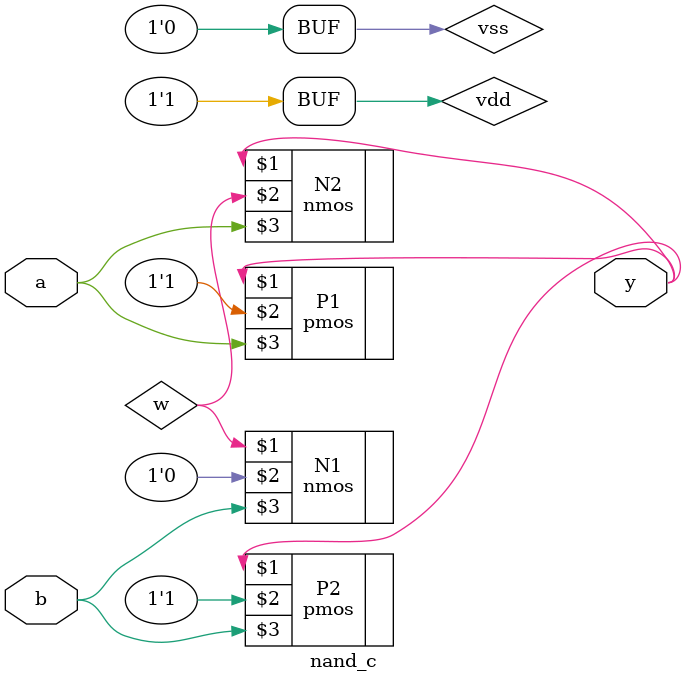
<source format=v>
module nand_c(a,b,y);

	input a,b;
	output y;
	supply1 vdd;
	supply0 vss;
	wire w;
	pmos P1(y,vdd,a);
	pmos P2(y,vdd,b);
	nmos N1(w,vss,b);
	nmos N2(y,w,a);

endmodule


</source>
